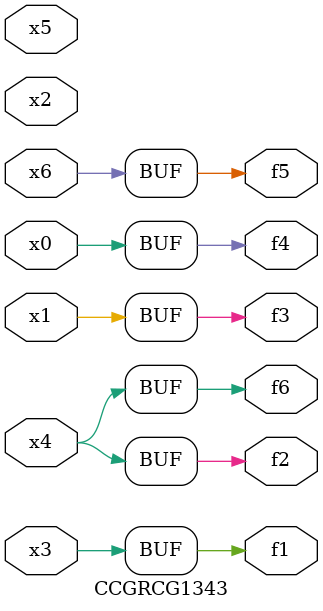
<source format=v>
module CCGRCG1343(
	input x0, x1, x2, x3, x4, x5, x6,
	output f1, f2, f3, f4, f5, f6
);
	assign f1 = x3;
	assign f2 = x4;
	assign f3 = x1;
	assign f4 = x0;
	assign f5 = x6;
	assign f6 = x4;
endmodule

</source>
